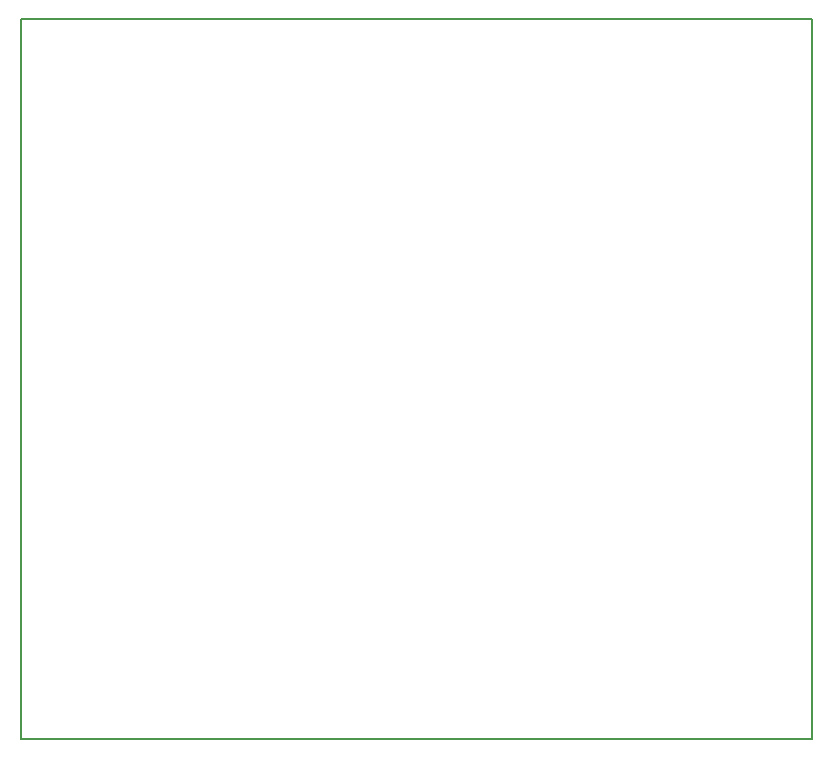
<source format=gm1>
G04 #@! TF.GenerationSoftware,KiCad,Pcbnew,5.0.2-bee76a0~70~ubuntu18.04.1*
G04 #@! TF.CreationDate,2019-03-14T10:40:12+05:30*
G04 #@! TF.ProjectId,occupancy,6f636375-7061-46e6-9379-2e6b69636164,rev?*
G04 #@! TF.SameCoordinates,Original*
G04 #@! TF.FileFunction,Profile,NP*
%FSLAX46Y46*%
G04 Gerber Fmt 4.6, Leading zero omitted, Abs format (unit mm)*
G04 Created by KiCad (PCBNEW 5.0.2-bee76a0~70~ubuntu18.04.1) date Thu Mar 14 10:40:12 2019*
%MOMM*%
%LPD*%
G01*
G04 APERTURE LIST*
%ADD10C,0.150000*%
G04 APERTURE END LIST*
D10*
X100000000Y-53000000D02*
X167000000Y-53000000D01*
X100000000Y-114000000D02*
X100000000Y-53000000D01*
X167000000Y-114000000D02*
X100000000Y-114000000D01*
X167000000Y-53000000D02*
X167000000Y-114000000D01*
M02*

</source>
